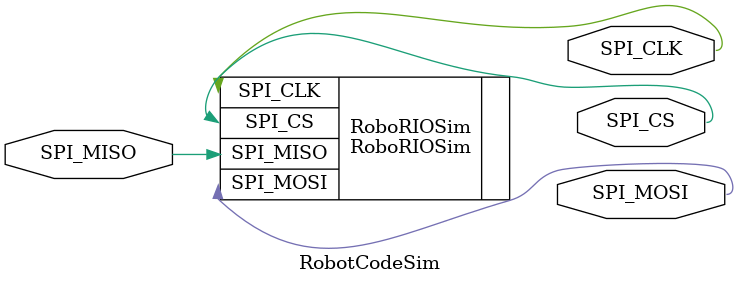
<source format=sv>
`timescale 1ns / 1ps
`include "../../sources_1/new/Util.sv"

/* RobotCodeSim - simulates the users robot code

    */
module RobotCodeSim(
    output wire SPI_CLK,
    output reg SPI_MOSI,
    input wire SPI_MISO,
    output reg SPI_CS
    //TODO
    );

    RoboRIOSim RoboRIOSim(
        .SPI_CLK(SPI_CLK),
        .SPI_MOSI(SPI_MOSI),
        .SPI_MISO(SPI_MISO),
        .SPI_CS(SPI_CS)
    );

    //TODO

endmodule
</source>
